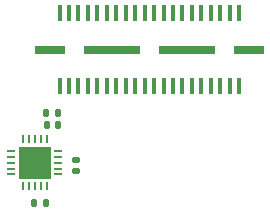
<source format=gbr>
%TF.GenerationSoftware,KiCad,Pcbnew,(6.0.7)*%
%TF.CreationDate,2022-08-04T10:24:46-07:00*%
%TF.ProjectId,SZG-TEMPLATE-STD,535a472d-5445-44d5-904c-4154452d5354,A*%
%TF.SameCoordinates,Original*%
%TF.FileFunction,Paste,Bot*%
%TF.FilePolarity,Positive*%
%FSLAX46Y46*%
G04 Gerber Fmt 4.6, Leading zero omitted, Abs format (unit mm)*
G04 Created by KiCad (PCBNEW (6.0.7)) date 2022-08-04 10:24:46*
%MOMM*%
%LPD*%
G01*
G04 APERTURE LIST*
G04 Aperture macros list*
%AMRoundRect*
0 Rectangle with rounded corners*
0 $1 Rounding radius*
0 $2 $3 $4 $5 $6 $7 $8 $9 X,Y pos of 4 corners*
0 Add a 4 corners polygon primitive as box body*
4,1,4,$2,$3,$4,$5,$6,$7,$8,$9,$2,$3,0*
0 Add four circle primitives for the rounded corners*
1,1,$1+$1,$2,$3*
1,1,$1+$1,$4,$5*
1,1,$1+$1,$6,$7*
1,1,$1+$1,$8,$9*
0 Add four rect primitives between the rounded corners*
20,1,$1+$1,$2,$3,$4,$5,0*
20,1,$1+$1,$4,$5,$6,$7,0*
20,1,$1+$1,$6,$7,$8,$9,0*
20,1,$1+$1,$8,$9,$2,$3,0*%
G04 Aperture macros list end*
%ADD10R,2.700000X2.700000*%
%ADD11O,0.800000X0.250000*%
%ADD12O,0.250000X0.800000*%
%ADD13R,2.540000X0.640000*%
%ADD14R,4.700000X0.640000*%
%ADD15R,0.460000X1.450000*%
%ADD16RoundRect,0.135000X0.135000X0.185000X-0.135000X0.185000X-0.135000X-0.185000X0.135000X-0.185000X0*%
%ADD17RoundRect,0.140000X-0.140000X-0.170000X0.140000X-0.170000X0.140000X0.170000X-0.140000X0.170000X0*%
%ADD18RoundRect,0.140000X0.170000X-0.140000X0.170000X0.140000X-0.170000X0.140000X-0.170000X-0.140000X0*%
G04 APERTURE END LIST*
D10*
%TO.C,U1*%
X132701600Y-75360800D03*
D11*
X130701600Y-75360800D03*
X130701600Y-74860800D03*
D12*
X131701600Y-77360800D03*
D11*
X130701600Y-74360800D03*
X130701600Y-76360800D03*
D12*
X133201600Y-77360800D03*
D11*
X134701600Y-75360800D03*
X134701600Y-74360800D03*
D12*
X131701600Y-73360800D03*
D11*
X130701600Y-75860800D03*
D12*
X132201600Y-77360800D03*
X132701600Y-77360800D03*
D11*
X134701600Y-74860800D03*
X134701600Y-75860800D03*
D12*
X132701600Y-73360800D03*
D11*
X134701600Y-76360800D03*
D12*
X133701600Y-77360800D03*
X133701600Y-73360800D03*
X133201600Y-73360800D03*
X132201600Y-73360800D03*
%TD*%
D13*
%TO.C,J1*%
X150845320Y-65800000D03*
D14*
X145575320Y-65800000D03*
X139225320Y-65800000D03*
D13*
X133955320Y-65800000D03*
D15*
X150000320Y-62710000D03*
X150000320Y-68890000D03*
X149200320Y-62710000D03*
X149200320Y-68890000D03*
X148400320Y-62710000D03*
X148400320Y-68890000D03*
X147600320Y-62710000D03*
X147600320Y-68890000D03*
X146800320Y-62710000D03*
X146800320Y-68890000D03*
X146000320Y-62710000D03*
X146000320Y-68890000D03*
X145200320Y-62710000D03*
X145200320Y-68890000D03*
X144400320Y-62710000D03*
X144400320Y-68890000D03*
X143600320Y-62710000D03*
X143600320Y-68890000D03*
X142800320Y-62710000D03*
X142800320Y-68890000D03*
X142000320Y-62710000D03*
X142000320Y-68890000D03*
X141200320Y-62710000D03*
X141200320Y-68890000D03*
X140400320Y-62710000D03*
X140400320Y-68890000D03*
X139600320Y-62710000D03*
X139600320Y-68890000D03*
X138800320Y-62710000D03*
X138800320Y-68890000D03*
X138000320Y-62710000D03*
X138000320Y-68890000D03*
X137200320Y-62710000D03*
X137200320Y-68890000D03*
X136400320Y-62710000D03*
X136400320Y-68890000D03*
X135600320Y-62710000D03*
X135600320Y-68890000D03*
X134800320Y-62710000D03*
X134800320Y-68890000D03*
%TD*%
D16*
%TO.C,R1*%
X133664800Y-71169800D03*
X134684800Y-71169800D03*
%TD*%
%TO.C,R2*%
X132623400Y-78789800D03*
X133643400Y-78789800D03*
%TD*%
D17*
%TO.C,C2*%
X134654800Y-72135000D03*
X133694800Y-72135000D03*
%TD*%
D18*
%TO.C,C1*%
X136206800Y-75134800D03*
X136206800Y-76094800D03*
%TD*%
G36*
X133843671Y-74180852D02*
G01*
X133890164Y-74234508D01*
X133901550Y-74286850D01*
X133901550Y-75034850D01*
X133881548Y-75102971D01*
X133827892Y-75149464D01*
X133775550Y-75160850D01*
X133027550Y-75160850D01*
X132959429Y-75140848D01*
X132912936Y-75087192D01*
X132901550Y-75034850D01*
X132901550Y-74286850D01*
X132921552Y-74218729D01*
X132975208Y-74172236D01*
X133027550Y-74160850D01*
X133775550Y-74160850D01*
X133843671Y-74180852D01*
G37*
G36*
X133843671Y-75580752D02*
G01*
X133890164Y-75634408D01*
X133901550Y-75686750D01*
X133901550Y-76434750D01*
X133881548Y-76502871D01*
X133827892Y-76549364D01*
X133775550Y-76560750D01*
X133027550Y-76560750D01*
X132959429Y-76540748D01*
X132912936Y-76487092D01*
X132901550Y-76434750D01*
X132901550Y-75686750D01*
X132921552Y-75618629D01*
X132975208Y-75572136D01*
X133027550Y-75560750D01*
X133775550Y-75560750D01*
X133843671Y-75580752D01*
G37*
G36*
X132443771Y-75580752D02*
G01*
X132490264Y-75634408D01*
X132501650Y-75686750D01*
X132501650Y-76434750D01*
X132481648Y-76502871D01*
X132427992Y-76549364D01*
X132375650Y-76560750D01*
X131627650Y-76560750D01*
X131559529Y-76540748D01*
X131513036Y-76487092D01*
X131501650Y-76434750D01*
X131501650Y-75686750D01*
X131521652Y-75618629D01*
X131575308Y-75572136D01*
X131627650Y-75560750D01*
X132375650Y-75560750D01*
X132443771Y-75580752D01*
G37*
G36*
X132443771Y-74180852D02*
G01*
X132490264Y-74234508D01*
X132501650Y-74286850D01*
X132501650Y-75034850D01*
X132481648Y-75102971D01*
X132427992Y-75149464D01*
X132375650Y-75160850D01*
X131627650Y-75160850D01*
X131559529Y-75140848D01*
X131513036Y-75087192D01*
X131501650Y-75034850D01*
X131501650Y-74286850D01*
X131521652Y-74218729D01*
X131575308Y-74172236D01*
X131627650Y-74160850D01*
X132375650Y-74160850D01*
X132443771Y-74180852D01*
G37*
M02*

</source>
